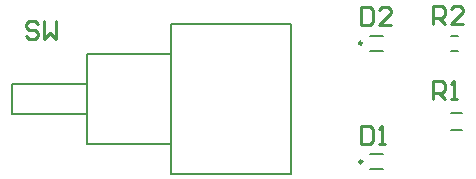
<source format=gto>
G04*
G04 #@! TF.GenerationSoftware,Altium Limited,Altium Designer,21.6.4 (81)*
G04*
G04 Layer_Color=65535*
%FSLAX25Y25*%
%MOIN*%
G70*
G04*
G04 #@! TF.SameCoordinates,40B795BF-6EDD-478F-B4CC-B7A9BF3E8EBB*
G04*
G04*
G04 #@! TF.FilePolarity,Positive*
G04*
G01*
G75*
%ADD10C,0.00984*%
%ADD11C,0.00500*%
%ADD12C,0.00787*%
%ADD13C,0.01000*%
D10*
X593177Y186598D02*
G03*
X593177Y186598I-492J0D01*
G01*
Y147098D02*
G03*
X593177Y147098I-492J0D01*
G01*
D11*
X529500Y143000D02*
X569500D01*
Y193000D01*
X529500D02*
X569500D01*
X529500Y183000D02*
Y193000D01*
Y153000D02*
Y183000D01*
Y143000D02*
Y153000D01*
X501500Y183000D02*
X529500D01*
X501500Y173000D02*
Y183000D01*
Y163000D02*
Y173000D01*
Y153000D02*
Y163000D01*
Y153000D02*
X529500D01*
X476500Y173000D02*
X501500D01*
X476500Y163000D02*
Y173000D01*
Y163000D02*
X501500D01*
X622803Y188961D02*
X625008D01*
X622803Y184039D02*
X625008D01*
D12*
X622642Y157646D02*
X626579D01*
X622642Y163354D02*
X626579D01*
X595793Y184014D02*
X600123D01*
X595835Y189059D02*
X600165D01*
X595793Y144514D02*
X600123D01*
X595835Y149559D02*
X600165D01*
D13*
X485000Y192999D02*
X484001Y193999D01*
X482001D01*
X481002Y192999D01*
Y192000D01*
X482001Y191000D01*
X484001D01*
X485000Y190000D01*
Y189001D01*
X484001Y188001D01*
X482001D01*
X481002Y189001D01*
X487000Y193999D02*
Y188001D01*
X488999Y190000D01*
X490998Y188001D01*
Y193999D01*
X616900Y193000D02*
Y198998D01*
X619899D01*
X620899Y197998D01*
Y195999D01*
X619899Y194999D01*
X616900D01*
X618899D02*
X620899Y193000D01*
X626897D02*
X622898D01*
X626897Y196999D01*
Y197998D01*
X625897Y198998D01*
X623898D01*
X622898Y197998D01*
X616700Y167900D02*
Y173898D01*
X619699D01*
X620699Y172898D01*
Y170899D01*
X619699Y169899D01*
X616700D01*
X618699D02*
X620699Y167900D01*
X622698D02*
X624697D01*
X623698D01*
Y173898D01*
X622698Y172898D01*
X592700Y198498D02*
Y192500D01*
X595699D01*
X596699Y193500D01*
Y197498D01*
X595699Y198498D01*
X592700D01*
X602697Y192500D02*
X598698D01*
X602697Y196499D01*
Y197498D01*
X601697Y198498D01*
X599698D01*
X598698Y197498D01*
X592700Y158998D02*
Y153000D01*
X595699D01*
X596699Y154000D01*
Y157998D01*
X595699Y158998D01*
X592700D01*
X598698Y153000D02*
X600697D01*
X599698D01*
Y158998D01*
X598698Y157998D01*
M02*

</source>
